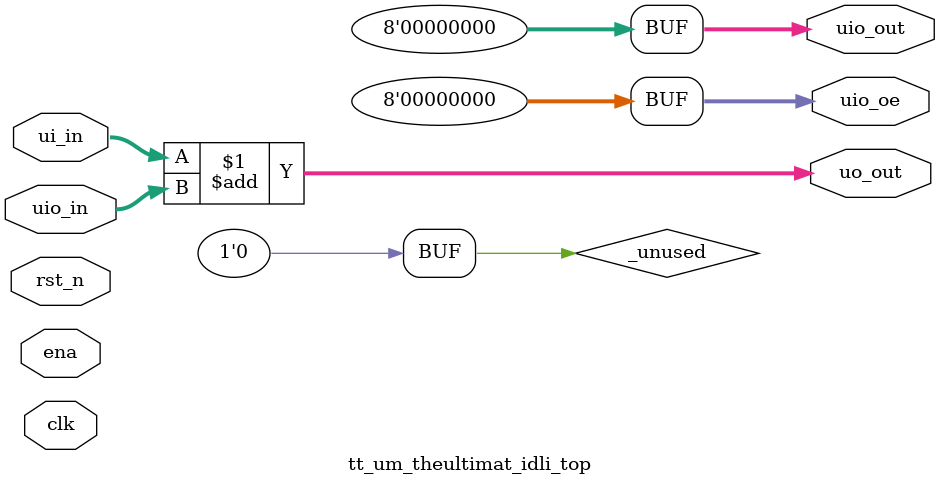
<source format=sv>
/*
 * Copyright (c) 2024 Your Name
 * SPDX-License-Identifier: Apache-2.0
 */

`default_nettype none

module tt_um_theultimat_idli_top (
    input  wire [7:0] ui_in,    // Dedicated inputs
    output wire [7:0] uo_out,   // Dedicated outputs
    input  wire [7:0] uio_in,   // IOs: Input path
    output wire [7:0] uio_out,  // IOs: Output path
    output wire [7:0] uio_oe,   // IOs: Enable path (active high: 0=input, 1=output)
    input  wire       ena,      // always 1 when the design is powered, so you can ignore it
    input  wire       clk,      // clock
    input  wire       rst_n     // reset_n - low to reset
);

  // All output pins must be assigned. If not used, assign to 0.
  assign uo_out  = ui_in + uio_in;  // Example: ou_out is the sum of ui_in and uio_in
  assign uio_out = 0;
  assign uio_oe  = 0;

  // List all unused inputs to prevent warnings
  wire _unused = &{ena, clk, rst_n, 1'b0};

endmodule

</source>
